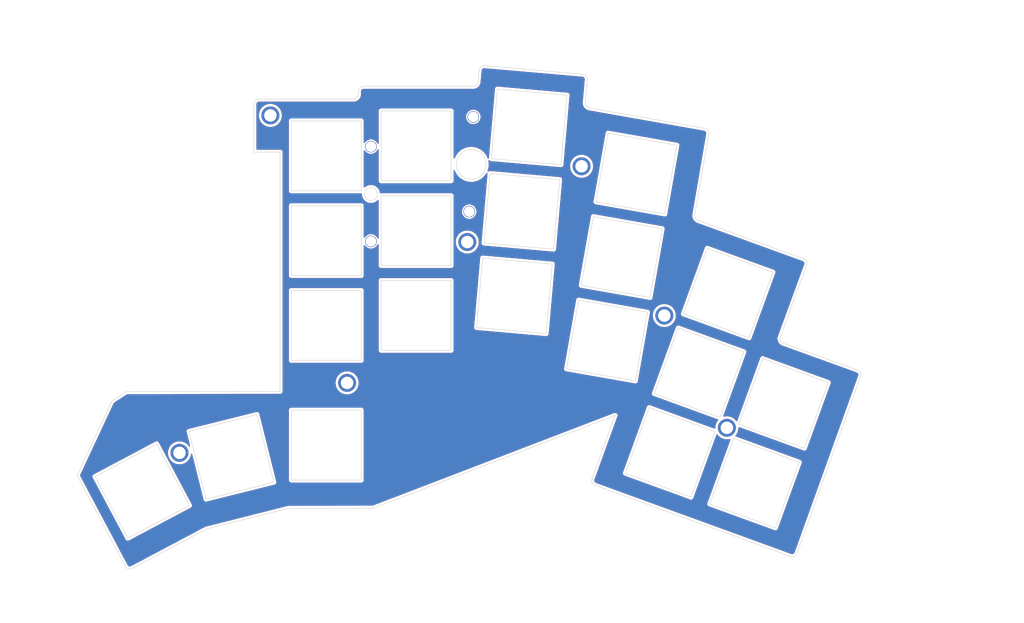
<source format=kicad_pcb>
(kicad_pcb (version 20210228) (generator pcbnew)
  (title_block (title "Bottom Top - Enlarged") (date "2021-12-03") (rev "rev1"))
  (layers (0 "F.Cu" signal) (31 "B.Cu" signal) (34 "B.Paste" user) (35 "F.Paste" user) (36 "B.SilkS" user "B.Silkscreen") (37 "F.SilkS" user "F.Silkscreen") (38 "B.Mask" user) (39 "F.Mask" user) (44 "Edge.Cuts" user))
  (net 0 "")
  (footprint "" (layer "F.Cu") (at 162.553683 56.960675)
    (fp_text reference "" (at 0 0) (layer "F.SilkS") (effects (font (size 1.27 1.27))))
    (fp_text value "" (at 0 0) (layer "F.SilkS") (effects (font (size 1.27 1.27))))
  )
  (footprint "kbd:M2_Hole_TH" (layer "F.Cu") (at 195.105 95.275)
    (fp_text reference "" (at 0 -3.2) (layer "F.SilkS"))
    (fp_text value "")
    (pad "" thru_hole circle (at 0 0) (size 3.6 3.6) (drill 2.5) (layers *.Cu *.Mask))
  )
  (footprint "kbd:M2_Hole_TH" (layer "F.Cu") (at 178.53 65.34)
    (fp_text reference "" (at 0 -3.2) (layer "F.SilkS"))
    (fp_text value "")
    (pad "" thru_hole circle (at 0 0) (size 3.6 3.6) (drill 2.5) (layers *.Cu *.Mask))
  )
  (footprint "kbd:M2_Hole_TH" (layer "F.Cu") (at 207.638921 117.78)
    (fp_text reference "" (at 0 -3.2) (layer "F.SilkS"))
    (fp_text value "")
    (pad "" thru_hole circle (at 0 0) (size 3.6 3.6) (drill 2.5) (layers *.Cu *.Mask))
  )
  (footprint "Buzzard:HOLE_M2_TH" (layer "F.Cu") (at 156.013913 74.432125)
    (fp_text reference "U10" hide)
    (fp_text value "Hole" hide)
    (pad "" thru_hole circle (at 0 0 90) (size 2.3 2.3) (drill 2.1) (layers *.Cu *.Mask "Dwgs.User") (clearance 0.3))
  )
  (footprint "" (layer "F.Cu") (at 110.016706 114.658597)
    (fp_text reference "" (at 0 0) (layer "F.SilkS") (effects (font (size 1.27 1.27))))
    (fp_text value "" (at 0 0) (layer "F.SilkS") (effects (font (size 1.27 1.27))))
  )
  (footprint "kbd:M2_Hole_TH" (layer "F.Cu") (at 116.18 55.14)
    (fp_text reference "" (at 0 -3.2) (layer "F.SilkS"))
    (fp_text value "")
    (pad "" thru_hole circle (at 0 0) (size 3.6 3.6) (drill 2.5) (layers *.Cu *.Mask))
  )
  (footprint "Buzzard:HOLE_M2_TH" (layer "F.Cu") (at 136.33 80.4)
    (fp_text reference "U11" hide)
    (fp_text value "Hole" hide)
    (pad "" thru_hole circle (at 0 0 90) (size 2.3 2.3) (drill 2.1) (layers *.Cu *.Mask "Dwgs.User") (clearance 0.3))
  )
  (footprint "" (layer "F.Cu") (at 212.496323 106.531138)
    (fp_text reference "" (at 0 0) (layer "F.SilkS") (effects (font (size 1.27 1.27))))
    (fp_text value "" (at 0 0) (layer "F.SilkS") (effects (font (size 1.27 1.27))))
  )
  (footprint "" (layer "F.Cu") (at 208.056276 104.915092)
    (fp_text reference "" (at 0 0) (layer "F.SilkS") (effects (font (size 1.27 1.27))))
    (fp_text value "" (at 0 0) (layer "F.SilkS") (effects (font (size 1.27 1.27))))
  )
  (footprint "Buzzard:HOLE_M2_TH" (layer "F.Cu") (at 156.84 55.45)
    (fp_text reference "U13" hide)
    (fp_text value "Hole" hide)
    (pad "" thru_hole circle (at 0 0 90) (size 2.3 2.3) (drill 2.1) (layers *.Cu *.Mask "Dwgs.User") (clearance 0.3))
  )
  (footprint "kbd:M2_Hole_TH" (layer "F.Cu") (at 131.55 108.77)
    (fp_text reference "" (at 0 -3.2) (layer "F.SilkS"))
    (fp_text value "")
    (pad "" thru_hole circle (at 0 0) (size 3.6 3.6) (drill 2.5) (layers *.Cu *.Mask))
  )
  (footprint "Buzzard:HOLE_M2_TH" (layer "F.Cu") (at 136.33 61.4)
    (fp_text reference "U12" hide)
    (fp_text value "Hole" hide)
    (pad "" thru_hole circle (at 0 0 90) (size 2.3 2.3) (drill 2.1) (layers *.Cu *.Mask "Dwgs.User") (clearance 0.3))
  )
  (footprint "kbd:M2_Hole_TH" (layer "F.Cu") (at 155.63 80.53)
    (fp_text reference "" (at 0 -3.2) (layer "F.SilkS"))
    (fp_text value "")
    (pad "" thru_hole circle (at 0 0) (size 3.6 3.6) (drill 2.5) (layers *.Cu *.Mask))
  )
  (footprint "kbd:M2_Hole_TH" (layer "F.Cu") (at 97.97 122.8)
    (fp_text reference "" (at 0 -3.2) (layer "F.SilkS"))
    (fp_text value "")
    (pad "" thru_hole circle (at 0 0) (size 3.6 3.6) (drill 2.5) (layers *.Cu *.Mask))
  )
  (gr_line (start 233.828628 106.209549) (end 218.94423 100.820297) (layer "Edge.Cuts") (width 0.1))
  (gr_line (start 119.813789 133.917462) (end 136.764239 133.888299) (layer "Edge.Cuts") (width 0.1))
  (gr_line (start 220.385035 143.558936) (end 207.224332 138.764243) (layer "Edge.Cuts") (width 0.1))
  (gr_line (start 134.827242 49.309461) (end 156.8 49.310799) (layer "Edge.Cuts") (width 0.1))
  (gr_poly (pts (xy 160.193274 66.78982) (xy 174.14 68.01) (xy 172.919819 81.956726) (xy 158.973094 80.736546)) (layer "Edge.Cuts") (width 0.1) (fill none))
  (gr_poly (pts (xy 120.38 90.25) (xy 134.38 90.25) (xy 134.38 104.25) (xy 120.38 104.25)) (layer "Edge.Cuts") (width 0.1) (fill none))
  (gr_arc (start 78.199705 127.325004) (end 77.614477 127.02) (angle -53.11239451) (layer "Edge.Cuts") (width 0.1))
  (gr_poly (pts (xy 113.48 115.11) (xy 116.866907 128.69414) (xy 103.282766 132.081047) (xy 99.89586 118.496907)) (layer "Edge.Cuts") (width 0.1) (fill none))
  (gr_poly (pts (xy 183.842691 58.688926) (xy 197.63 61.12) (xy 195.198925 74.907309) (xy 181.411617 72.476235)) (layer "Edge.Cuts") (width 0.1) (fill none))
  (gr_line (start 157.797211 48.394669) (end 158.001038 46.075092) (layer "Edge.Cuts") (width 0.1))
  (gr_line (start 103.352085 138.080488) (end 88.480245 145.971427) (layer "Edge.Cuts") (width 0.1))
  (gr_arc (start 132.81523 50.874459) (end 133.821242 50.886191) (angle 89.33116989) (layer "Edge.Cuts") (width 0.1))
  (gr_arc (start 159.002188 46.174446) (end 158.001038 46.075092) (angle 89.33252867) (layer "Edge.Cuts") (width 0.1))
  (gr_arc (start 178.665554 47.882188) (end 178.764908 46.881038) (angle 89.33252867) (layer "Edge.Cuts") (width 0.1))
  (gr_poly (pts (xy 138.38 88.25) (xy 152.38 88.25) (xy 152.38 102.25) (xy 138.38 102.25)) (layer "Edge.Cuts") (width 0.1) (fill none))
  (gr_circle (center 156.416703 64.958833) (end 159.416703 64.958833) (layer "Edge.Cuts") (width 0.1) (fill none))
  (gr_arc (start 156.8 48.31) (end 156.8 49.310799) (angle -85.14690361) (layer "Edge.Cuts") (width 0.1))
  (gr_line (start 185.231968 115.292483) (end 180.621064 128.015035) (layer "Edge.Cuts") (width 0.1))
  (gr_circle (center 136.33 70.9) (end 137.63 70.9) (layer "Edge.Cuts") (width 0.1) (fill none))
  (gr_line (start 115.869379 62.51) (end 118.119379 62.51) (layer "Edge.Cuts") (width 0.1))
  (gr_line (start 223.02255 83.887602) (end 202.015301 76.261287) (layer "Edge.Cuts") (width 0.1))
  (gr_line (start 77.614477 127.02) (end 84.42 112.43) (layer "Edge.Cuts") (width 0.1))
  (gr_line (start 136.764239 133.888299) (end 185.231968 115.292483) (layer "Edge.Cuts") (width 0.1))
  (gr_poly (pts (xy 177.942691 92.168926) (xy 191.73 94.6) (xy 189.298925 108.387309) (xy 175.511617 105.956235)) (layer "Edge.Cuts") (width 0.1) (fill none))
  (gr_arc (start 202.34482 75.173515) (end 202.015301 76.261287) (angle 76.96124737) (layer "Edge.Cuts") (width 0.1))
  (gr_poly (pts (xy 158.713274 83.72982) (xy 172.66 84.95) (xy 171.439819 98.896726) (xy 157.493094 97.676546)) (layer "Edge.Cuts") (width 0.1) (fill none))
  (gr_line (start 133.821242 50.303809) (end 133.821242 50.886191) (layer "Edge.Cuts") (width 0.1))
  (gr_poly (pts (xy 138.38 71.25) (xy 152.38 71.25) (xy 152.38 85.25) (xy 138.38 85.25)) (layer "Edge.Cuts") (width 0.1) (fill none))
  (gr_poly (pts (xy 138.38 54.25) (xy 152.38 54.25) (xy 152.38 68.25) (xy 138.38 68.25)) (layer "Edge.Cuts") (width 0.1) (fill none))
  (gr_poly (pts (xy 208.994303 119.891718) (xy 222.15 124.68) (xy 217.361718 137.835697) (xy 204.206021 133.047415)) (layer "Edge.Cuts") (width 0.1) (fill none))
  (gr_line (start 118.12 104.16) (end 118.119379 62.51) (layer "Edge.Cuts") (width 0.1))
  (gr_poly (pts (xy 197.894303 97.761718) (xy 211.05 102.55) (xy 206.261718 115.705697) (xy 193.106021 110.917415)) (layer "Edge.Cuts") (width 0.1) (fill none))
  (gr_poly (pts (xy 161.673274 49.85982) (xy 175.62 51.08) (xy 174.399819 65.026726) (xy 160.453094 63.806546)) (layer "Edge.Cuts") (width 0.1) (fill none))
  (gr_arc (start 180.30584 52.611781) (end 180.163155 53.648861) (angle 85) (layer "Edge.Cuts") (width 0.1))
  (gr_line (start 201.21075 75.097904) (end 203.993313 58.886949) (layer "Edge.Cuts") (width 0.1))
  (gr_line (start 203.188762 57.723566) (end 180.163155 53.648861) (layer "Edge.Cuts") (width 0.1))
  (gr_arc (start 220.732589 142.621074) (end 221.670451 142.968628) (angle 90) (layer "Edge.Cuts") (width 0.1))
  (gr_poly (pts (xy 214.804303 103.911718) (xy 227.96 108.7) (xy 223.171718 121.855697) (xy 210.016021 117.067415)) (layer "Edge.Cuts") (width 0.1) (fill none))
  (gr_arc (start 219.291784 99.882435) (end 218.94423 100.820297) (angle 90) (layer "Edge.Cuts") (width 0.1))
  (gr_arc (start 134.827242 50.315529) (end 133.821242 50.303809) (angle 89.33252867) (layer "Edge.Cuts") (width 0.1))
  (gr_poly (pts (xy 120.38 73.25) (xy 134.38 73.25) (xy 134.38 87.25) (xy 120.38 87.25)) (layer "Edge.Cuts") (width 0.1) (fill none))
  (gr_poly (pts (xy 120.38 114.25) (xy 134.38 114.25) (xy 134.38 128.25) (xy 120.38 128.25)) (layer "Edge.Cuts") (width 0.1) (fill none))
  (gr_arc (start 181.558926 128.362589) (end 181.211372 129.300451) (angle 90) (layer "Edge.Cuts") (width 0.1))
  (gr_line (start 159.089873 45.172207) (end 178.764908 46.881038) (layer "Edge.Cuts") (width 0.1))
  (gr_line (start 115.869379 62.51) (end 112.870621 62.51) (layer "Edge.Cuts") (width 0.1))
  (gr_line (start 84.42 112.43) (end 87.31 110.54) (layer "Edge.Cuts") (width 0.1))
  (gr_arc (start 203.00253 58.712247) (end 203.188762 57.723566) (angle 89.33252867) (layer "Edge.Cuts") (width 0.1))
  (gr_poly (pts (xy 120.38 56.25) (xy 134.38 56.25) (xy 134.38 70.25) (xy 120.38 70.25)) (layer "Edge.Cuts") (width 0.1) (fill none))
  (gr_line (start 118.11 110.47) (end 118.12 104.16) (layer "Edge.Cuts") (width 0.1))
  (gr_poly (pts (xy 180.892691 75.428926) (xy 194.68 77.86) (xy 192.248925 91.647309) (xy 178.461617 89.216235)) (layer "Edge.Cuts") (width 0.1) (fill none))
  (gr_poly (pts (xy 192.084303 113.731718) (xy 205.24 118.52) (xy 200.451718 131.675697) (xy 187.296021 126.887415)) (layer "Edge.Cuts") (width 0.1) (fill none))
  (gr_arc (start 113.877242 52.886068) (end 112.871242 52.874348) (angle 89.33252867) (layer "Edge.Cuts") (width 0.1))
  (gr_line (start 112.871242 52.874348) (end 112.870621 62.51) (layer "Edge.Cuts") (width 0.1))
  (gr_arc (start 88.018305 145.07768) (end 88.480245 145.971427) (angle 89.33252867) (layer "Edge.Cuts") (width 0.1))
  (gr_arc (start 222.674996 84.825464) (end 223.02255 83.887602) (angle 90) (layer "Edge.Cuts") (width 0.1))
  (gr_poly (pts (xy 203.714303 81.781718) (xy 216.87 86.57) (xy 212.081718 99.725697) (xy 198.926021 94.937415)) (layer "Edge.Cuts") (width 0.1) (fill none))
  (gr_line (start 207.224332 138.764243) (end 181.211372 129.300451) (layer "Edge.Cuts") (width 0.1))
  (gr_line (start 77.604477 127.61) (end 87.13 145.55) (layer "Edge.Cuts") (width 0.1))
  (gr_line (start 132.815242 51.880539) (end 113.877242 51.88) (layer "Edge.Cuts") (width 0.1))
  (gr_line (start 179.667793 47.969873) (end 179.260271 52.560026) (layer "Edge.Cuts") (width 0.1))
  (gr_poly (pts (xy 93.4 120.99) (xy 99.972602 133.351266) (xy 87.611336 139.923868) (xy 81.038734 127.562602)) (layer "Edge.Cuts") (width 0.1) (fill none))
  (gr_line (start 119.813789 133.917462) (end 103.352085 138.080488) (layer "Edge.Cuts") (width 0.1))
  (gr_line (start 87.315523 110.54) (end 118.11 110.47) (layer "Edge.Cuts") (width 0.1))
  (gr_line (start 218.353922 99.534881) (end 223.612858 85.173018) (layer "Edge.Cuts") (width 0.1))
  (gr_arc (start 233.481074 107.147411) (end 233.828628 106.209549) (angle 90) (layer "Edge.Cuts") (width 0.1))
  (gr_line (start 221.670451 142.968628) (end 234.418936 107.494965) (layer "Edge.Cuts") (width 0.1))
  (zone (net 0) (net_name "") (layers F&B.Cu) (connect_pads (clearance 0.508)) (min_thickness 0.254) (fill yes (thermal_gap 0.508) (thermal_bridge_width 0.508))
    (polygon (pts (xy 258.09 33.11) (xy 267.19 152.51) (xy 70.18 156.96) (xy 62.01 32)))
  )
)
</source>
